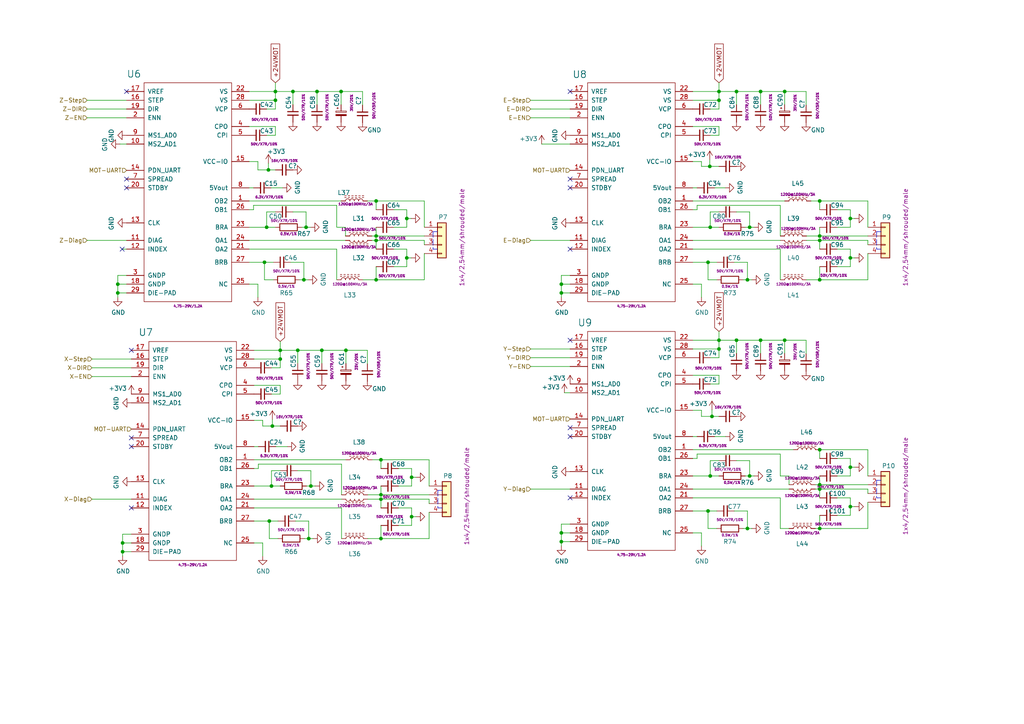
<source format=kicad_sch>
(kicad_sch (version 20211123) (generator eeschema)
  (paper "A4")
  (title_block (title "Buddy") (date "2019-10-24") (rev "v1.0.0") (company "PRUSA Research s.r.o.") (comment 1 "http://creativecommons.org/licenses/by-sa/4.0/") (comment 2 "Licensed under the Attribution-ShareAlike 4.0 International (CC BY-SA 4.0)") (comment 3 "#ok1hra"))
  (junction (at 208.534 29.083))
  (junction (at 246.634 74.803))
  (junction (at 237.744 81.153))
  (junction (at 79.883 26.543))
  (junction (at 237.744 140.589))
  (junction (at 34.163 82.423))
  (junction (at 77.343 65.913))
  (junction (at 205.994 65.913))
  (junction (at 217.424 138.049))
  (junction (at 208.534 101.219))
  (junction (at 246.634 135.509))
  (junction (at 81.28 101.6))
  (junction (at 34.163 84.963))
  (junction (at 78.105 151.13))
  (junction (at 109.093 81.153))
  (junction (at 88.138 81.153))
  (junction (at 110.49 144.78))
  (junction (at 109.093 69.723))
  (junction (at 208.534 26.543))
  (junction (at 162.814 157.099))
  (junction (at 79.883 29.083))
  (junction (at 89.535 156.21))
  (junction (at 35.56 160.02))
  (junction (at 237.744 58.293))
  (junction (at 162.814 82.423))
  (junction (at 78.74 140.97))
  (junction (at 216.789 81.153))
  (junction (at 84.963 26.543))
  (junction (at 220.599 26.543))
  (junction (at 237.744 69.723))
  (junction (at 205.867 48.26))
  (junction (at 227.584 26.543))
  (junction (at 162.814 84.963))
  (junction (at 213.614 26.543))
  (junction (at 109.093 58.293))
  (junction (at 216.789 153.289))
  (junction (at 237.744 68.453))
  (junction (at 246.634 63.373))
  (junction (at 206.502 120.777))
  (junction (at 205.359 148.209))
  (junction (at 237.744 153.289))
  (junction (at 237.744 141.859))
  (junction (at 205.359 76.073))
  (junction (at 76.708 76.073))
  (junction (at 98.933 26.543))
  (junction (at 213.614 98.679))
  (junction (at 162.814 154.559))
  (junction (at 110.49 133.35))
  (junction (at 100.33 101.6))
  (junction (at 208.534 98.679))
  (junction (at 93.345 101.6))
  (junction (at 117.983 74.803))
  (junction (at 86.36 101.6))
  (junction (at 220.599 98.679))
  (junction (at 119.38 149.86))
  (junction (at 246.634 146.939))
  (junction (at 78.994 123.571))
  (junction (at 91.948 26.543))
  (junction (at 205.994 138.049))
  (junction (at 90.17 140.97))
  (junction (at 237.744 130.429))
  (junction (at 110.49 156.21))
  (junction (at 110.49 143.51))
  (junction (at 119.38 138.43))
  (junction (at 81.28 104.14))
  (junction (at 35.56 157.48))
  (junction (at 217.424 65.913))
  (junction (at 227.584 98.679))
  (junction (at 109.093 68.453))
  (junction (at 77.851 49.276))
  (junction (at 117.983 63.373))
  (junction (at 88.773 65.913))
  (no_connect (at 36.703 54.483))
  (no_connect (at 36.703 26.543))
  (no_connect (at 165.354 124.079))
  (no_connect (at 165.354 126.619))
  (no_connect (at 38.1 101.6))
  (no_connect (at 38.1 147.32))
  (no_connect (at 35.433 72.263))
  (no_connect (at 38.1 129.54))
  (no_connect (at 38.1 127))
  (no_connect (at 36.703 51.943))
  (no_connect (at 165.354 144.399))
  (no_connect (at 165.354 26.543))
  (no_connect (at 165.354 54.483))
  (no_connect (at 165.354 98.679))
  (no_connect (at 165.354 72.263))
  (no_connect (at 165.354 51.943))
  (wire (pts (xy 36.703 82.423) (xy 34.163 82.423)))
  (wire (pts (xy 228.854 138.049) (xy 228.854 140.589)))
  (wire (pts (xy 106.553 58.293) (xy 109.093 58.293)))
  (wire (pts (xy 90.17 140.97) (xy 91.44 140.97)))
  (wire (pts (xy 36.703 41.783) (xy 34.798 41.783)))
  (wire (pts (xy 119.38 147.32) (xy 119.38 149.86)))
  (wire (pts (xy 25.273 31.623) (xy 36.703 31.623)))
  (wire (pts (xy 213.614 30.353) (xy 213.614 26.543)))
  (wire (pts (xy 200.914 138.049) (xy 205.994 138.049)))
  (wire (pts (xy 79.883 26.543) (xy 79.883 29.083)))
  (wire (pts (xy 251.714 81.153) (xy 251.714 73.533)))
  (wire (pts (xy 208.534 98.679) (xy 208.534 101.219)))
  (wire (pts (xy 72.263 26.543) (xy 79.883 26.543)))
  (wire (pts (xy 109.093 58.293) (xy 123.063 58.293)))
  (wire (pts (xy 97.663 59.563) (xy 97.663 65.913)))
  (wire (pts (xy 246.634 135.509) (xy 246.634 138.049)))
  (wire (pts (xy 124.46 156.21) (xy 124.46 148.59)))
  (wire (pts (xy 106.553 105.537) (xy 106.553 101.6)))
  (wire (pts (xy 100.203 65.913) (xy 100.203 68.453)))
  (wire (pts (xy 206.502 118.872) (xy 206.502 120.777)))
  (wire (pts (xy 25.273 29.083) (xy 36.703 29.083)))
  (wire (pts (xy 213.614 61.468) (xy 217.424 61.468)))
  (wire (pts (xy 153.924 69.723) (xy 165.354 69.723)))
  (wire (pts (xy 78.994 121.666) (xy 78.994 123.571)))
  (wire (pts (xy 79.883 29.083) (xy 79.883 31.623)))
  (wire (pts (xy 162.814 84.963) (xy 162.814 86.233)))
  (wire (pts (xy 85.725 151.13) (xy 89.535 151.13)))
  (wire (pts (xy 73.66 140.97) (xy 78.74 140.97)))
  (wire (pts (xy 207.264 54.483) (xy 210.312 54.483)))
  (wire (pts (xy 86.868 81.153) (xy 88.138 81.153)))
  (wire (pts (xy 98.933 26.543) (xy 98.933 30.353)))
  (wire (pts (xy 205.867 48.26) (xy 203.454 48.26)))
  (wire (pts (xy 117.983 72.263) (xy 117.983 74.803)))
  (wire (pts (xy 251.714 130.429) (xy 251.714 138.049)))
  (wire (pts (xy 81.28 101.6) (xy 86.36 101.6)))
  (wire (pts (xy 237.744 81.153) (xy 251.714 81.153)))
  (wire (pts (xy 81.28 104.14) (xy 81.28 106.68)))
  (wire (pts (xy 215.519 81.153) (xy 216.789 81.153)))
  (wire (pts (xy 77.851 47.371) (xy 77.851 49.276)))
  (wire (pts (xy 237.744 58.293) (xy 251.714 58.293)))
  (polyline (pts (xy 255.524 139.319) (xy 254.254 139.319)))
  (wire (pts (xy 216.789 81.153) (xy 218.059 81.153)))
  (wire (pts (xy 97.663 72.263) (xy 97.663 81.153)))
  (wire (pts (xy 35.56 154.94) (xy 35.56 157.48)))
  (wire (pts (xy 107.823 68.453) (xy 109.093 68.453)))
  (wire (pts (xy 109.093 81.153) (xy 123.063 81.153)))
  (wire (pts (xy 208.534 39.243) (xy 205.994 39.243)))
  (wire (pts (xy 73.66 135.89) (xy 74.93 135.89)))
  (wire (pts (xy 88.773 61.468) (xy 88.773 65.913)))
  (wire (pts (xy 81.28 114.3) (xy 78.74 114.3)))
  (wire (pts (xy 76.2 157.48) (xy 76.2 161.29)))
  (wire (pts (xy 153.924 29.083) (xy 165.354 29.083)))
  (wire (pts (xy 237.744 140.589) (xy 237.744 138.049)))
  (wire (pts (xy 88.138 81.153) (xy 89.408 81.153)))
  (wire (pts (xy 200.914 141.859) (xy 228.854 141.859)))
  (wire (pts (xy 106.68 156.21) (xy 110.49 156.21)))
  (wire (pts (xy 110.49 135.89) (xy 110.49 133.35)))
  (wire (pts (xy 200.914 26.543) (xy 208.534 26.543)))
  (wire (pts (xy 35.56 160.02) (xy 35.56 161.29)))
  (wire (pts (xy 206.502 120.777) (xy 203.454 120.777)))
  (wire (pts (xy 117.983 77.343) (xy 114.173 77.343)))
  (wire (pts (xy 93.345 101.6) (xy 100.33 101.6)))
  (wire (pts (xy 205.359 148.209) (xy 205.359 153.289)))
  (polyline (pts (xy 127 147.32) (xy 128.27 147.32)))
  (wire (pts (xy 207.264 126.619) (xy 210.439 126.619)))
  (wire (pts (xy 105.156 26.543) (xy 98.933 26.543)))
  (wire (pts (xy 242.824 132.969) (xy 246.634 132.969)))
  (wire (pts (xy 110.49 147.32) (xy 110.49 144.78)))
  (wire (pts (xy 220.599 98.679) (xy 227.584 98.679)))
  (wire (pts (xy 207.899 76.073) (xy 205.359 76.073)))
  (wire (pts (xy 205.359 76.073) (xy 205.359 81.153)))
  (wire (pts (xy 200.914 82.423) (xy 203.454 82.423)))
  (wire (pts (xy 90.17 136.525) (xy 90.17 140.97)))
  (wire (pts (xy 110.49 133.35) (xy 124.46 133.35)))
  (wire (pts (xy 105.283 81.153) (xy 109.093 81.153)))
  (wire (pts (xy 72.263 76.073) (xy 76.708 76.073)))
  (wire (pts (xy 119.38 135.89) (xy 119.38 138.43)))
  (wire (pts (xy 237.744 153.289) (xy 237.744 149.479)))
  (wire (pts (xy 123.063 69.723) (xy 123.063 70.993)))
  (wire (pts (xy 203.454 120.777) (xy 203.454 118.999)))
  (wire (pts (xy 106.68 143.51) (xy 110.49 143.51)))
  (wire (pts (xy 213.614 133.604) (xy 217.424 133.604)))
  (wire (pts (xy 88.9 140.97) (xy 90.17 140.97)))
  (wire (pts (xy 233.934 69.723) (xy 237.744 69.723)))
  (wire (pts (xy 26.67 144.78) (xy 38.1 144.78)))
  (wire (pts (xy 110.49 143.51) (xy 124.46 143.51)))
  (wire (pts (xy 200.914 72.263) (xy 226.314 72.263)))
  (wire (pts (xy 208.534 133.604) (xy 205.994 133.604)))
  (wire (pts (xy 246.634 77.343) (xy 242.824 77.343)))
  (wire (pts (xy 220.599 30.353) (xy 220.599 26.543)))
  (wire (pts (xy 205.359 81.153) (xy 207.899 81.153)))
  (wire (pts (xy 99.06 147.32) (xy 99.06 156.21)))
  (wire (pts (xy 73.533 60.833) (xy 73.533 59.563)))
  (wire (pts (xy 208.534 108.839) (xy 208.534 111.379)))
  (wire (pts (xy 73.66 151.13) (xy 78.105 151.13)))
  (wire (pts (xy 235.204 58.293) (xy 237.744 58.293)))
  (wire (pts (xy 237.744 72.263) (xy 237.744 69.723)))
  (wire (pts (xy 79.883 31.623) (xy 77.343 31.623)))
  (wire (pts (xy 84.963 30.353) (xy 84.963 26.543)))
  (polyline (pts (xy 254.254 67.183) (xy 254.254 72.263)))
  (wire (pts (xy 76.708 81.153) (xy 79.248 81.153)))
  (wire (pts (xy 165.354 41.783) (xy 157.099 41.783)))
  (wire (pts (xy 217.424 61.468) (xy 217.424 65.913)))
  (wire (pts (xy 73.66 101.6) (xy 81.28 101.6)))
  (wire (pts (xy 119.38 138.43) (xy 119.38 140.97)))
  (wire (pts (xy 247.904 146.939) (xy 246.634 146.939)))
  (wire (pts (xy 79.883 36.703) (xy 79.883 39.243)))
  (wire (pts (xy 200.914 65.913) (xy 205.994 65.913)))
  (wire (pts (xy 119.38 152.4) (xy 115.57 152.4)))
  (wire (pts (xy 227.584 98.679) (xy 227.584 102.489)))
  (wire (pts (xy 73.66 144.78) (xy 99.06 144.78)))
  (wire (pts (xy 216.154 65.913) (xy 217.424 65.913)))
  (wire (pts (xy 72.263 60.833) (xy 73.533 60.833)))
  (wire (pts (xy 87.503 65.913) (xy 88.773 65.913)))
  (wire (pts (xy 72.263 54.483) (xy 73.533 54.483)))
  (wire (pts (xy 237.744 130.429) (xy 237.744 132.969)))
  (wire (pts (xy 237.744 68.453) (xy 251.714 68.453)))
  (wire (pts (xy 165.354 154.559) (xy 162.814 154.559)))
  (polyline (pts (xy 127 142.24) (xy 127 147.32)))
  (wire (pts (xy 162.814 82.423) (xy 162.814 84.963)))
  (wire (pts (xy 203.454 48.26) (xy 203.454 46.863)))
  (wire (pts (xy 81.28 101.6) (xy 81.28 104.14)))
  (wire (pts (xy 200.914 132.969) (xy 202.184 132.969)))
  (wire (pts (xy 246.634 146.939) (xy 246.634 149.479)))
  (wire (pts (xy 202.184 60.833) (xy 202.184 59.563)))
  (wire (pts (xy 36.703 72.263) (xy 35.433 72.263)))
  (wire (pts (xy 236.474 153.289) (xy 237.744 153.289)))
  (wire (pts (xy 89.535 156.21) (xy 90.805 156.21)))
  (wire (pts (xy 251.714 153.289) (xy 251.714 145.669)))
  (polyline (pts (xy 125.603 67.183) (xy 125.603 72.263)))
  (wire (pts (xy 124.46 133.35) (xy 124.46 140.97)))
  (wire (pts (xy 200.914 76.073) (xy 205.359 76.073)))
  (wire (pts (xy 162.814 157.099) (xy 162.814 158.369)))
  (wire (pts (xy 80.645 151.13) (xy 78.105 151.13)))
  (wire (pts (xy 208.534 96.139) (xy 208.534 98.679)))
  (wire (pts (xy 78.74 136.525) (xy 78.74 140.97)))
  (wire (pts (xy 246.634 138.049) (xy 242.824 138.049)))
  (wire (pts (xy 88.138 76.073) (xy 88.138 81.153)))
  (wire (pts (xy 84.328 76.073) (xy 88.138 76.073)))
  (wire (pts (xy 119.38 149.86) (xy 119.38 152.4)))
  (wire (pts (xy 38.1 154.94) (xy 35.56 154.94)))
  (wire (pts (xy 36.703 84.963) (xy 34.163 84.963)))
  (wire (pts (xy 153.924 103.759) (xy 165.354 103.759)))
  (wire (pts (xy 107.95 133.35) (xy 110.49 133.35)))
  (wire (pts (xy 73.66 121.92) (xy 76.2 121.92)))
  (wire (pts (xy 153.924 101.219) (xy 165.354 101.219)))
  (wire (pts (xy 93.345 105.41) (xy 93.345 101.6)))
  (wire (pts (xy 200.914 54.483) (xy 202.184 54.483)))
  (wire (pts (xy 237.744 69.723) (xy 251.714 69.723)))
  (wire (pts (xy 123.063 81.153) (xy 123.063 73.533)))
  (wire (pts (xy 163.703 113.919) (xy 165.354 113.919)))
  (wire (pts (xy 72.263 29.083) (xy 79.883 29.083)))
  (wire (pts (xy 78.105 156.21) (xy 80.645 156.21)))
  (wire (pts (xy 119.253 63.373) (xy 117.983 63.373)))
  (wire (pts (xy 233.934 68.453) (xy 237.744 68.453)))
  (wire (pts (xy 73.66 111.76) (xy 81.28 111.76)))
  (wire (pts (xy 35.56 157.48) (xy 35.56 160.02)))
  (wire (pts (xy 246.634 72.263) (xy 246.634 74.803)))
  (wire (pts (xy 226.314 144.399) (xy 226.314 153.289)))
  (wire (pts (xy 74.93 135.89) (xy 74.93 134.62)))
  (wire (pts (xy 217.424 133.604) (xy 217.424 138.049)))
  (wire (pts (xy 246.634 74.803) (xy 246.634 77.343)))
  (wire (pts (xy 227.584 26.543) (xy 227.584 30.353)))
  (wire (pts (xy 79.883 24.003) (xy 79.883 26.543)))
  (wire (pts (xy 208.534 24.003) (xy 208.534 26.543)))
  (wire (pts (xy 208.534 36.703) (xy 208.534 39.243)))
  (wire (pts (xy 217.424 138.049) (xy 218.694 138.049)))
  (wire (pts (xy 91.948 30.353) (xy 91.948 26.543)))
  (wire (pts (xy 79.883 61.468) (xy 77.343 61.468)))
  (wire (pts (xy 105.156 30.48) (xy 105.156 26.543)))
  (wire (pts (xy 107.823 69.723) (xy 109.093 69.723)))
  (polyline (pts (xy 255.524 67.183) (xy 254.254 67.183)))
  (wire (pts (xy 247.904 74.803) (xy 246.634 74.803)))
  (wire (pts (xy 233.807 26.543) (xy 227.584 26.543)))
  (polyline (pts (xy 254.254 72.263) (xy 255.524 72.263)))
  (wire (pts (xy 89.535 151.13) (xy 89.535 156.21)))
  (wire (pts (xy 114.173 72.263) (xy 117.983 72.263)))
  (wire (pts (xy 117.983 74.803) (xy 117.983 77.343)))
  (wire (pts (xy 208.534 120.777) (xy 206.502 120.777)))
  (wire (pts (xy 236.474 141.859) (xy 237.744 141.859)))
  (wire (pts (xy 205.994 133.604) (xy 205.994 138.049)))
  (wire (pts (xy 106.553 101.6) (xy 100.33 101.6)))
  (wire (pts (xy 205.994 65.913) (xy 208.534 65.913)))
  (wire (pts (xy 212.979 76.073) (xy 216.789 76.073)))
  (wire (pts (xy 162.814 79.883) (xy 162.814 82.423)))
  (wire (pts (xy 119.253 74.803) (xy 117.983 74.803)))
  (wire (pts (xy 246.634 60.833) (xy 246.634 63.373)))
  (wire (pts (xy 97.663 65.913) (xy 100.203 65.913)))
  (wire (pts (xy 246.634 63.373) (xy 246.634 65.913)))
  (wire (pts (xy 115.57 147.32) (xy 119.38 147.32)))
  (wire (pts (xy 38.1 157.48) (xy 35.56 157.48)))
  (wire (pts (xy 153.924 31.623) (xy 165.354 31.623)))
  (wire (pts (xy 76.708 76.073) (xy 76.708 81.153)))
  (wire (pts (xy 203.454 82.423) (xy 203.454 86.233)))
  (wire (pts (xy 216.154 138.049) (xy 217.424 138.049)))
  (wire (pts (xy 236.474 140.589) (xy 237.744 140.589)))
  (wire (pts (xy 78.613 54.483) (xy 81.915 54.483)))
  (wire (pts (xy 226.314 131.699) (xy 226.314 138.049)))
  (wire (pts (xy 251.714 69.723) (xy 251.714 70.993)))
  (wire (pts (xy 88.265 156.21) (xy 89.535 156.21)))
  (wire (pts (xy 200.914 98.679) (xy 208.534 98.679)))
  (wire (pts (xy 77.343 65.913) (xy 79.883 65.913)))
  (wire (pts (xy 208.534 98.679) (xy 213.614 98.679)))
  (wire (pts (xy 200.914 69.723) (xy 226.314 69.723)))
  (wire (pts (xy 200.914 154.559) (xy 203.454 154.559)))
  (wire (pts (xy 165.354 157.099) (xy 162.814 157.099)))
  (wire (pts (xy 233.934 81.153) (xy 237.744 81.153)))
  (wire (pts (xy 213.614 26.543) (xy 220.599 26.543)))
  (wire (pts (xy 212.979 148.209) (xy 216.789 148.209)))
  (wire (pts (xy 73.66 147.32) (xy 99.06 147.32)))
  (wire (pts (xy 86.36 101.6) (xy 93.345 101.6)))
  (wire (pts (xy 202.184 131.699) (xy 226.314 131.699)))
  (wire (pts (xy 162.814 152.019) (xy 162.814 154.559)))
  (wire (pts (xy 72.263 46.863) (xy 74.803 46.863)))
  (wire (pts (xy 77.851 49.276) (xy 74.803 49.276)))
  (wire (pts (xy 26.67 109.22) (xy 38.1 109.22)))
  (wire (pts (xy 205.359 153.289) (xy 207.899 153.289)))
  (wire (pts (xy 81.28 99.06) (xy 81.28 101.6)))
  (wire (pts (xy 100.33 101.6) (xy 100.33 105.41)))
  (wire (pts (xy 73.66 157.48) (xy 76.2 157.48)))
  (wire (pts (xy 25.273 69.723) (xy 36.703 69.723)))
  (wire (pts (xy 79.248 76.073) (xy 76.708 76.073)))
  (wire (pts (xy 208.534 29.083) (xy 208.534 31.623)))
  (wire (pts (xy 208.534 26.543) (xy 213.614 26.543)))
  (wire (pts (xy 237.744 60.833) (xy 237.744 58.293)))
  (wire (pts (xy 200.914 118.999) (xy 203.454 118.999)))
  (wire (pts (xy 79.883 26.543) (xy 84.963 26.543)))
  (wire (pts (xy 203.454 154.559) (xy 203.454 158.369)))
  (wire (pts (xy 220.599 102.489) (xy 220.599 98.679)))
  (wire (pts (xy 34.163 82.423) (xy 34.163 84.963)))
  (wire (pts (xy 78.105 151.13) (xy 78.105 156.21)))
  (polyline (pts (xy 254.254 144.399) (xy 255.524 144.399)))
  (wire (pts (xy 72.263 58.293) (xy 98.933 58.293)))
  (wire (pts (xy 110.49 140.97) (xy 110.49 143.51)))
  (wire (pts (xy 208.534 103.759) (xy 205.994 103.759)))
  (wire (pts (xy 200.914 60.833) (xy 202.184 60.833)))
  (wire (pts (xy 109.093 72.263) (xy 109.093 69.723)))
  (wire (pts (xy 216.789 148.209) (xy 216.789 153.289)))
  (wire (pts (xy 208.534 26.543) (xy 208.534 29.083)))
  (wire (pts (xy 165.354 79.883) (xy 162.814 79.883)))
  (wire (pts (xy 153.924 34.163) (xy 165.354 34.163)))
  (wire (pts (xy 226.314 59.563) (xy 226.314 68.453)))
  (wire (pts (xy 72.263 72.263) (xy 97.663 72.263)))
  (wire (pts (xy 84.963 26.543) (xy 91.948 26.543)))
  (wire (pts (xy 216.789 153.289) (xy 218.059 153.289)))
  (wire (pts (xy 84.963 61.468) (xy 88.773 61.468)))
  (wire (pts (xy 81.28 111.76) (xy 81.28 114.3)))
  (wire (pts (xy 202.184 132.969) (xy 202.184 131.699)))
  (wire (pts (xy 109.093 60.833) (xy 109.093 58.293)))
  (wire (pts (xy 247.904 63.373) (xy 246.634 63.373)))
  (wire (pts (xy 36.703 79.883) (xy 34.163 79.883)))
  (wire (pts (xy 80.01 129.54) (xy 83.312 129.54)))
  (wire (pts (xy 237.744 77.343) (xy 237.744 81.153)))
  (wire (pts (xy 216.789 76.073) (xy 216.789 81.153)))
  (wire (pts (xy 114.173 60.833) (xy 117.983 60.833)))
  (wire (pts (xy 200.914 101.219) (xy 208.534 101.219)))
  (wire (pts (xy 208.534 111.379) (xy 205.994 111.379)))
  (wire (pts (xy 208.534 101.219) (xy 208.534 103.759)))
  (wire (pts (xy 165.354 82.423) (xy 162.814 82.423)))
  (wire (pts (xy 26.67 106.68) (xy 38.1 106.68)))
  (wire (pts (xy 246.634 144.399) (xy 246.634 146.939)))
  (wire (pts (xy 237.744 141.859) (xy 251.714 141.859)))
  (wire (pts (xy 99.06 134.62) (xy 99.06 143.51)))
  (polyline (pts (xy 126.873 67.183) (xy 125.603 67.183)))
  (wire (pts (xy 73.66 129.54) (xy 74.93 129.54)))
  (wire (pts (xy 226.314 138.049) (xy 228.854 138.049)))
  (wire (pts (xy 213.614 102.489) (xy 213.614 98.679)))
  (wire (pts (xy 81.28 136.525) (xy 78.74 136.525)))
  (wire (pts (xy 34.163 84.963) (xy 34.163 86.233)))
  (wire (pts (xy 251.714 58.293) (xy 251.714 65.913)))
  (wire (pts (xy 110.49 156.21) (xy 124.46 156.21)))
  (wire (pts (xy 72.263 69.723) (xy 100.203 69.723)))
  (wire (pts (xy 72.263 36.703) (xy 79.883 36.703)))
  (wire (pts (xy 117.983 65.913) (xy 114.173 65.913)))
  (wire (pts (xy 74.803 49.276) (xy 74.803 46.863)))
  (wire (pts (xy 81.28 106.68) (xy 78.74 106.68)))
  (wire (pts (xy 205.867 46.355) (xy 205.867 48.26)))
  (wire (pts (xy 205.994 138.049) (xy 208.534 138.049)))
  (wire (pts (xy 237.744 140.589) (xy 251.714 140.589)))
  (wire (pts (xy 120.65 149.86) (xy 119.38 149.86)))
  (wire (pts (xy 109.093 68.453) (xy 123.063 68.453)))
  (wire (pts (xy 233.807 30.48) (xy 233.807 26.543)))
  (wire (pts (xy 79.883 49.276) (xy 77.851 49.276)))
  (wire (pts (xy 205.994 61.468) (xy 205.994 65.913)))
  (wire (pts (xy 73.533 59.563) (xy 97.663 59.563)))
  (wire (pts (xy 106.68 144.78) (xy 110.49 144.78)))
  (wire (pts (xy 25.273 34.163) (xy 36.703 34.163)))
  (wire (pts (xy 215.519 153.289) (xy 216.789 153.289)))
  (wire (pts (xy 86.36 105.41) (xy 86.36 101.6)))
  (wire (pts (xy 200.914 36.703) (xy 208.534 36.703)))
  (polyline (pts (xy 125.603 72.263) (xy 126.873 72.263)))
  (wire (pts (xy 109.093 69.723) (xy 123.063 69.723)))
  (wire (pts (xy 226.314 153.289) (xy 228.854 153.289)))
  (wire (pts (xy 165.354 84.963) (xy 162.814 84.963)))
  (wire (pts (xy 200.914 148.209) (xy 205.359 148.209)))
  (wire (pts (xy 153.924 141.859) (xy 165.354 141.859)))
  (wire (pts (xy 237.744 153.289) (xy 251.714 153.289)))
  (wire (pts (xy 165.354 152.019) (xy 162.814 152.019)))
  (wire (pts (xy 120.65 138.43) (xy 119.38 138.43)))
  (wire (pts (xy 237.744 141.859) (xy 237.744 144.399)))
  (wire (pts (xy 117.983 63.373) (xy 117.983 65.913)))
  (wire (pts (xy 115.57 135.89) (xy 119.38 135.89)))
  (wire (pts (xy 220.599 26.543) (xy 227.584 26.543)))
  (wire (pts (xy 233.807 102.616) (xy 233.807 98.679)))
  (wire (pts (xy 81.28 123.571) (xy 78.994 123.571)))
  (wire (pts (xy 217.424 65.913) (xy 218.694 65.913)))
  (wire (pts (xy 242.824 60.833) (xy 246.634 60.833)))
  (wire (pts (xy 73.66 133.35) (xy 100.33 133.35)))
  (wire (pts (xy 251.714 141.859) (xy 251.714 143.129)))
  (wire (pts (xy 200.914 46.863) (xy 203.454 46.863)))
  (wire (pts (xy 202.184 59.563) (xy 226.314 59.563)))
  (wire (pts (xy 237.744 65.913) (xy 237.744 68.453)))
  (wire (pts (xy 72.263 65.913) (xy 77.343 65.913)))
  (wire (pts (xy 86.36 136.525) (xy 90.17 136.525)))
  (wire (pts (xy 74.803 82.423) (xy 74.803 86.233)))
  (wire (pts (xy 247.904 135.509) (xy 246.634 135.509)))
  (wire (pts (xy 78.74 140.97) (xy 81.28 140.97)))
  (wire (pts (xy 242.824 72.263) (xy 246.634 72.263)))
  (wire (pts (xy 77.343 61.468) (xy 77.343 65.913)))
  (wire (pts (xy 109.093 77.343) (xy 109.093 81.153)))
  (wire (pts (xy 73.66 104.14) (xy 81.28 104.14)))
  (wire (pts (xy 91.948 26.543) (xy 98.933 26.543)))
  (wire (pts (xy 200.914 126.619) (xy 202.184 126.619)))
  (wire (pts (xy 246.634 65.913) (xy 242.824 65.913)))
  (wire (pts (xy 200.914 29.083) (xy 208.534 29.083)))
  (wire (pts (xy 110.49 144.78) (xy 124.46 144.78)))
  (polyline (pts (xy 128.27 142.24) (xy 127 142.24)))
  (wire (pts (xy 76.2 123.571) (xy 76.2 121.92)))
  (wire (pts (xy 200.914 108.839) (xy 208.534 108.839)))
  (wire (pts (xy 72.263 82.423) (xy 74.803 82.423)))
  (wire (pts (xy 242.824 144.399) (xy 246.634 144.399)))
  (wire (pts (xy 208.534 31.623) (xy 205.994 31.623)))
  (wire (pts (xy 208.534 48.26) (xy 205.867 48.26)))
  (wire (pts (xy 200.914 58.293) (xy 227.584 58.293)))
  (wire (pts (xy 237.744 130.429) (xy 251.714 130.429)))
  (wire (pts (xy 226.314 72.263) (xy 226.314 81.153)))
  (wire (pts (xy 124.46 144.78) (xy 124.46 146.05)))
  (wire (pts (xy 208.534 61.468) (xy 205.994 61.468)))
  (wire (pts (xy 207.899 148.209) (xy 205.359 148.209)))
  (wire (pts (xy 246.634 132.969) (xy 246.634 135.509)))
  (wire (pts (xy 233.807 98.679) (xy 227.584 98.679)))
  (wire (pts (xy 200.914 130.429) (xy 230.124 130.429)))
  (wire (pts (xy 117.983 60.833) (xy 117.983 63.373)))
  (wire (pts (xy 123.063 58.293) (xy 123.063 65.913)))
  (wire (pts (xy 119.38 140.97) (xy 115.57 140.97)))
  (wire (pts (xy 109.093 65.913) (xy 109.093 68.453)))
  (wire (pts (xy 110.49 152.4) (xy 110.49 156.21)))
  (wire (pts (xy 34.163 79.883) (xy 34.163 82.423)))
  (wire (pts (xy 79.883 39.243) (xy 77.343 39.243)))
  (wire (pts (xy 213.614 98.679) (xy 220.599 98.679)))
  (wire (pts (xy 26.67 104.14) (xy 38.1 104.14)))
  (wire (pts (xy 88.773 65.913) (xy 90.043 65.913)))
  (wire (pts (xy 38.1 160.02) (xy 35.56 160.02)))
  (wire (pts (xy 153.924 106.299) (xy 165.354 106.299)))
  (wire (pts (xy 162.814 154.559) (xy 162.814 157.099)))
  (wire (pts (xy 246.634 149.479) (xy 242.824 149.479)))
  (polyline (pts (xy 254.254 139.319) (xy 254.254 144.399)))
  (wire (pts (xy 200.914 144.399) (xy 226.314 144.399)))
  (wire (pts (xy 78.994 123.571) (xy 76.2 123.571)))
  (wire (pts (xy 74.93 134.62) (xy 99.06 134.62)))
  (global_label "+24VMOT" (shape input) (at 81.28 99.06 90) (property "Intersheet References" "${INTERSHEET_REFS}" (effects hide)))
  (global_label "+24VMOT" (shape input) (at 79.883 24.003 90) (property "Intersheet References" "${INTERSHEET_REFS}" (effects hide)))
  (global_label "+24VMOT" (shape input) (at 208.534 24.003 90) (property "Intersheet References" "${INTERSHEET_REFS}" (effects hide)))
  (global_label "+24VMOT" (shape input) (at 208.534 96.139 90) (property "Intersheet References" "${INTERSHEET_REFS}" (effects hide)))
  (hierarchical_label "MOT-UART" (shape input) (at 38.1 124.46 180) (effects (font (size 1.1938 1.1938))))
  (hierarchical_label "X-Diag" (shape input) (at 26.67 144.78 180) (effects (font (size 1.1938 1.1938))))
  (hierarchical_label "MOT-UART" (shape input) (at 36.703 49.403 180) (effects (font (size 1.1938 1.1938))))
  (hierarchical_label "E-Diag" (shape input) (at 153.924 69.723 180) (effects (font (size 1.1938 1.1938))))
  (hierarchical_label "E-DIR" (shape input) (at 153.924 31.623 180) (effects (font (size 1.1938 1.1938))))
  (hierarchical_label "Z-Step" (shape input) (at 25.273 29.083 180) (effects (font (size 1.1938 1.1938))))
  (hierarchical_label "Y-Diag" (shape input) (at 153.924 141.859 180) (effects (font (size 1.1938 1.1938))))
  (hierarchical_label "Y-DIR" (shape input) (at 153.924 103.759 180) (effects (font (size 1.1938 1.1938))))
  (hierarchical_label "E-EN" (shape input) (at 153.924 34.163 180) (effects (font (size 1.1938 1.1938))))
  (hierarchical_label "X-Step" (shape input) (at 26.67 104.14 180) (effects (font (size 1.1938 1.1938))))
  (hierarchical_label "MOT-UART" (shape input) (at 165.354 49.403 180) (effects (font (size 1.1938 1.1938))))
  (hierarchical_label "MOT-UART" (shape input) (at 165.354 121.539 180) (effects (font (size 1.1938 1.1938))))
  (hierarchical_label "E-Step" (shape input) (at 153.924 29.083 180) (effects (font (size 1.1938 1.1938))))
  (hierarchical_label "Z-DIR" (shape input) (at 25.273 31.623 180) (effects (font (size 1.1938 1.1938))))
  (hierarchical_label "X-DIR" (shape input) (at 26.67 106.68 180) (effects (font (size 1.1938 1.1938))))
  (hierarchical_label "Y-EN" (shape input) (at 153.924 106.299 180) (effects (font (size 1.1938 1.1938))))
  (hierarchical_label "Y-Step" (shape input) (at 153.924 101.219 180) (effects (font (size 1.1938 1.1938))))
  (hierarchical_label "Z-Diag" (shape input) (at 25.273 69.723 180) (effects (font (size 1.1938 1.1938))))
  (hierarchical_label "Z-EN" (shape input) (at 25.273 34.163 180) (effects (font (size 1.1938 1.1938))))
  (hierarchical_label "X-EN" (shape input) (at 26.67 109.22 180) (effects (font (size 1.1938 1.1938))))
  (symbol (lib_id "power:GND") (at 36.703 39.243 270) (unit 1)
    (property "Reference" "#PWR0104" (effects hide))
  )
  (symbol (lib_id "Device:C_Small") (at 74.803 31.623 270) (unit 1)
    (property "Reference" "C42" (at 77.343 30.353 90))
    (property "req" "50V/X7R/10%" (at 76.835 34.671 90) (effects (font (size 0.7112 0.7112))))
  )
  (symbol (lib_id "Device:C_Small") (at 74.803 39.243 270) (unit 1)
    (property "Reference" "C43" (at 77.343 37.973 90))
    (property "req" "50V/X7R/10%" (at 76.581 41.783 90) (effects (font (size 0.7112 0.7112))))
  )
  (symbol (lib_id "Device:C_Small") (at 84.963 32.893 0) (unit 1)
    (property "Reference" "C54" (at 83.693 29.718 90))
    (property "req" "50V/X7R/10%" (at 88.011 31.115 90) (effects (font (size 0.7112 0.7112))))
  )
  (symbol (lib_id "power:GND") (at 36.703 64.643 270) (unit 1)
    (property "Reference" "#PWR0105" (effects hide))
  )
  (symbol (lib_id "Device:C_Small") (at 91.948 32.893 0) (unit 1)
    (property "Reference" "C58" (at 90.678 29.718 90))
    (property "req" "50V/X7R/10%" (at 94.869 31.115 90) (effects (font (size 0.7112 0.7112))))
  )
  (symbol (lib_id "BUDDY_v1.0.0-rescue:CP_Small-Device") (at 98.933 32.893 0) (unit 1)
    (property "Reference" "C60" (at 97.663 30.988 90) (effects (justify left)))
    (property "req" "35V/20%" (at 101.981 29.845 90) (effects (font (size 0.7112 0.7112))))
  )
  (symbol (lib_id "power:GND") (at 84.963 35.433 0) (unit 1)
    (property "Reference" "#PWR0113" (effects hide))
  )
  (symbol (lib_id "power:GND") (at 91.948 35.433 0) (unit 1)
    (property "Reference" "#PWR0125" (effects hide))
  )
  (symbol (lib_id "power:GND") (at 98.933 35.433 0) (unit 1)
    (property "Reference" "#PWR0127" (effects hide))
  )
  (symbol (lib_id "power:GND") (at 34.163 86.233 0) (unit 1)
    (property "Reference" "#PWR0102" (effects hide))
  )
  (symbol (lib_id "power:GND") (at 84.963 49.276 90) (unit 1)
    (property "Reference" "#PWR0114" (effects hide))
  )
  (symbol (lib_id "power:GND") (at 81.915 54.483 90) (unit 1)
    (property "Reference" "#PWR0129" (effects hide))
  )
  (symbol (lib_id "Device:C_Small") (at 82.423 61.468 90) (unit 1)
    (property "Reference" "C50" (at 79.883 62.738 90))
    (property "req" "50V/X7R/10%" (at 82.423 64.008 90) (effects (font (size 0.7112 0.7112))))
  )
  (symbol (lib_id "Device:R") (at 83.693 65.913 270) (unit 1)
    (property "Reference" "R67" (at 88.138 67.818 90))
    (property "req" "0,5W/1%" (at 83.693 67.818 90) (effects (font (size 0.7112 0.7112))))
  )
  (symbol (lib_id "power:GND") (at 90.043 65.913 90) (unit 1)
    (property "Reference" "#PWR0121" (effects hide))
  )
  (symbol (lib_id "Device:C_Small") (at 81.788 76.073 90) (mirror x) (unit 1)
    (property "Reference" "C46" (at 84.328 74.803 90))
    (property "req" "50V/X7R/10%" (at 83.058 78.613 90) (effects (font (size 0.7112 0.7112))))
  )
  (symbol (lib_id "Device:R") (at 83.058 81.153 270) (unit 1)
    (property "Reference" "R65" (at 83.058 84.963 90))
    (property "req" "0,5W/1%" (at 83.058 83.058 90) (effects (font (size 0.7112 0.7112))))
  )
  (symbol (lib_id "power:GND") (at 89.408 81.153 90) (unit 1)
    (property "Reference" "#PWR0119" (effects hide))
  )
  (symbol (lib_id "power:GND") (at 74.803 86.233 0) (unit 1)
    (property "Reference" "#PWR0109" (effects hide))
  )
  (symbol (lib_id "Device:C_Small") (at 111.633 60.833 270) (unit 1)
    (property "Reference" "C64" (at 114.173 59.563 90))
    (property "req" "50V/X7R/10%" (at 111.633 63.373 90) (effects (font (size 0.7112 0.7112))))
  )
  (symbol (lib_id "Device:C_Small") (at 111.633 65.913 270) (unit 1)
    (property "Reference" "C65" (at 114.173 64.643 90))
    (property "req" "50V/X7R/10%" (at 113.792 69.088 90) (effects (font (size 0.7112 0.7112))))
  )
  (symbol (lib_id "BUDDY_v1.0.0-rescue:L_Core_Ferrite-Device") (at 102.743 58.293 90) (unit 1)
    (property "Reference" "L37" (at 99.695 55.88 90))
    (property "req" "120Ω@100MHz/3A" (at 103.124 59.182 90) (effects (font (size 0.7112 0.7112))))
  )
  (symbol (lib_id "BUDDY_v1.0.0-rescue:L_Core_Ferrite-Device") (at 104.013 68.453 90) (unit 1)
    (property "Reference" "L31" (at 104.013 63.373 90))
    (property "req" "120Ω@100MHz/3A" (at 104.013 66.548 90) (effects (font (size 0.7112 0.7112))))
  )
  (symbol (lib_id "power:GND") (at 119.253 63.373 90) (unit 1)
    (property "Reference" "#PWR0131" (effects hide))
  )
  (symbol (lib_id "Connector_Generic:Conn_01x04") (at 128.143 68.453 0) (unit 1)
    (property "Reference" "P7" (at 127.127 62.992 0) (effects (justify left)))
    (property "req" "1x4/2,54mm/shrouded/male" (at 133.985 68.834 90))
  )
  (symbol (lib_id "Device:C_Small") (at 111.633 72.263 270) (unit 1)
    (property "Reference" "C66" (at 114.173 70.993 90))
    (property "req" "50V/X7R/10%" (at 111.633 74.803 90) (effects (font (size 0.7112 0.7112))))
  )
  (symbol (lib_id "Device:C_Small") (at 111.633 77.343 270) (unit 1)
    (property "Reference" "C67" (at 114.173 76.073 90))
    (property "req" "50V/X7R/10%" (at 113.665 80.01 90) (effects (font (size 0.7112 0.7112))))
  )
  (symbol (lib_id "BUDDY_v1.0.0-rescue:L_Core_Ferrite-Device") (at 104.013 69.723 90) (mirror x) (unit 1)
    (property "Reference" "L32" (at 104.013 74.803 90))
    (property "req" "120Ω@100MHz/3A" (at 104.013 71.628 90) (effects (font (size 0.7112 0.7112))))
  )
  (symbol (lib_id "BUDDY_v1.0.0-rescue:L_Core_Ferrite-Device") (at 101.473 81.153 90) (unit 1)
    (property "Reference" "L33" (at 101.473 85.598 90))
    (property "req" "120Ω@100MHz/3A" (at 101.473 82.423 90) (effects (font (size 0.7112 0.7112))))
  )
  (symbol (lib_id "power:GND") (at 119.253 74.803 90) (unit 1)
    (property "Reference" "#PWR0132" (effects hide))
  )
  (symbol (lib_id "BUDDY_v1.0.0-rescue:TMC2209-LA-T-2209-A3IDES-rescue") (at 54.483 57.023 0) (unit 1)
    (property "Reference" "U6" (at 38.862 21.463 0) (effects (font (size 2.0066 2.0066))))
    (property "req" "4,75-29V/1.2A" (at 54.483 88.773 0) (effects (font (size 0.7112 0.7112))))
  )
  (symbol (lib_id "BUDDY_v1.0.0-rescue:TMC2209-LA-T-2209-A3IDES-rescue") (at 183.134 57.023 0) (unit 1)
    (property "Reference" "U8" (at 168.148 21.59 0) (effects (font (size 2.0066 2.0066))))
    (property "req" "4,75-29V/1.2A" (at 183.134 88.773 0) (effects (font (size 0.7112 0.7112))))
  )
  (symbol (lib_id "power:GND") (at 165.354 39.243 270) (unit 1)
    (property "Reference" "#PWR0139" (effects hide))
  )
  (symbol (lib_id "power:GND") (at 165.354 64.643 270) (unit 1)
    (property "Reference" "#PWR0140" (effects hide))
  )
  (symbol (lib_id "power:GND") (at 162.814 86.233 0) (unit 1)
    (property "Reference" "#PWR0137" (effects hide))
  )
  (symbol (lib_id "Device:C_Small") (at 203.454 31.623 270) (unit 1)
    (property "Reference" "C72" (at 205.994 30.353 90))
    (property "req" "50V/X7R/10%" (at 205.486 34.671 90) (effects (font (size 0.7112 0.7112))))
  )
  (symbol (lib_id "Device:C_Small") (at 203.454 39.243 270) (unit 1)
    (property "Reference" "C73" (at 205.994 37.973 90))
    (property "req" "50V/X7R/10%" (at 205.232 41.783 90) (effects (font (size 0.7112 0.7112))))
  )
  (symbol (lib_id "Device:C_Small") (at 213.614 32.893 0) (unit 1)
    (property "Reference" "C84" (at 212.344 29.718 90))
    (property "req" "50V/X7R/10%" (at 216.662 31.115 90) (effects (font (size 0.7112 0.7112))))
  )
  (symbol (lib_id "Device:C_Small") (at 220.599 32.893 0) (unit 1)
    (property "Reference" "C88" (at 219.329 29.718 90))
    (property "req" "50V/X7R/10%" (at 223.52 31.115 90) (effects (font (size 0.7112 0.7112))))
  )
  (symbol (lib_id "BUDDY_v1.0.0-rescue:CP_Small-Device") (at 227.584 32.893 0) (unit 1)
    (property "Reference" "C90" (at 226.314 30.988 90) (effects (justify left)))
    (property "req" "35V/20%" (at 230.632 29.845 90) (effects (font (size 0.7112 0.7112))))
  )
  (symbol (lib_id "power:GND") (at 213.614 35.433 0) (unit 1)
    (property "Reference" "#PWR0147" (effects hide))
  )
  (symbol (lib_id "power:GND") (at 220.599 35.433 0) (unit 1)
    (property "Reference" "#PWR0159" (effects hide))
  )
  (symbol (lib_id "power:GND") (at 227.584 35.433 0) (unit 1)
    (property "Reference" "#PWR0161" (effects hide))
  )
  (symbol (lib_id "power:GND") (at 213.614 48.26 90) (unit 1)
    (property "Reference" "#PWR0148" (effects hide))
  )
  (symbol (lib_id "power:GND") (at 210.312 54.483 90) (unit 1)
    (property "Reference" "#PWR0163" (effects hide))
  )
  (symbol (lib_id "Device:C_Small") (at 211.074 61.468 90) (unit 1)
    (property "Reference" "C80" (at 208.534 62.738 90))
    (property "req" "50V/X7R/10%" (at 211.074 64.008 90) (effects (font (size 0.7112 0.7112))))
  )
  (symbol (lib_id "Device:R") (at 212.344 65.913 270) (unit 1)
    (property "Reference" "R75" (at 216.789 67.818 90))
    (property "req" "0,5W/1%" (at 212.344 67.818 90) (effects (font (size 0.7112 0.7112))))
  )
  (symbol (lib_id "power:GND") (at 218.694 65.913 90) (unit 1)
    (property "Reference" "#PWR0155" (effects hide))
  )
  (symbol (lib_id "Device:C_Small") (at 210.439 76.073 90) (mirror x) (unit 1)
    (property "Reference" "C76" (at 212.979 74.803 90))
    (property "req" "50V/X7R/10%" (at 211.709 78.613 90) (effects (font (size 0.7112 0.7112))))
  )
  (symbol (lib_id "Device:R") (at 211.709 81.153 270) (unit 1)
    (property "Reference" "R73" (at 211.709 84.963 90))
    (property "req" "0,5W/1%" (at 211.709 83.058 90) (effects (font (size 0.7112 0.7112))))
  )
  (symbol (lib_id "power:GND") (at 218.059 81.153 90) (unit 1)
    (property "Reference" "#PWR0153" (effects hide))
  )
  (symbol (lib_id "power:GND") (at 203.454 86.233 0) (unit 1)
    (property "Reference" "#PWR0143" (effects hide))
  )
  (symbol (lib_id "Device:C_Small") (at 240.284 60.833 270) (unit 1)
    (property "Reference" "C94" (at 242.824 59.563 90))
    (property "req" "50V/X7R/10%" (at 240.284 63.373 90) (effects (font (size 0.7112 0.7112))))
  )
  (symbol (lib_id "Device:C_Small") (at 240.284 65.913 270) (unit 1)
    (property "Reference" "C95" (at 242.824 64.643 90))
    (property "req" "50V/X7R/10%" (at 242.316 69.088 90) (effects (font (size 0.7112 0.7112))))
  )
  (symbol (lib_id "BUDDY_v1.0.0-rescue:L_Core_Ferrite-Device") (at 231.394 58.293 90) (unit 1)
    (property "Reference" "L45" (at 231.394 53.213 90))
    (property "req" "120Ω@100MHz/3A" (at 231.394 56.388 90) (effects (font (size 0.7112 0.7112))))
  )
  (symbol (lib_id "BUDDY_v1.0.0-rescue:L_Core_Ferrite-Device") (at 230.124 68.453 90) (unit 1)
    (property "Reference" "L39" (at 230.124 63.373 90))
    (property "req" "120Ω@100MHz/3A" (at 231.521 66.294 90) (effects (font (size 0.7112 0.7112))))
  )
  (symbol (lib_id "power:GND") (at 247.904 63.373 90) (unit 1)
    (property "Reference" "#PWR0165" (effects hide))
  )
  (symbol (lib_id "Connector_Generic:Conn_01x04") (at 256.794 68.453 0) (unit 1)
    (property "Reference" "P9" (at 255.778 62.992 0) (effects (justify left)))
    (property "req" "1x4/2,54mm/shrouded/male" (at 262.636 68.834 90))
  )
  (symbol (lib_id "Device:C_Small") (at 240.284 72.263 270) (unit 1)
    (property "Reference" "C96" (at 242.824 70.993 90))
    (property "req" "50V/X7R/10%" (at 240.284 74.803 90) (effects (font (size 0.7112 0.7112))))
  )
  (symbol (lib_id "Device:C_Small") (at 240.284 77.343 270) (unit 1)
    (property "Reference" "C97" (at 242.824 76.073 90))
    (property "req" "50V/X7R/10%" (at 241.808 79.883 90) (effects (font (size 0.7112 0.7112))))
  )
  (symbol (lib_id "BUDDY_v1.0.0-rescue:L_Core_Ferrite-Device") (at 230.124 69.723 90) (mirror x) (unit 1)
    (property "Reference" "L40" (at 230.124 74.803 90))
    (property "req" "120Ω@100MHz/3A" (at 230.124 71.628 90) (effects (font (size 0.7112 0.7112))))
  )
  (symbol (lib_id "BUDDY_v1.0.0-rescue:L_Core_Ferrite-Device") (at 230.124 81.153 90) (unit 1)
    (property "Reference" "L41" (at 230.124 85.598 90))
    (property "req" "120Ω@100MHz/3A" (at 230.124 82.423 90) (effects (font (size 0.7112 0.7112))))
  )
  (symbol (lib_id "power:GND") (at 247.904 74.803 90) (unit 1)
    (property "Reference" "#PWR0166" (effects hide))
  )
  (symbol (lib_id "BUDDY_v1.0.0-rescue:TMC2209-LA-T-2209-A3IDES-rescue") (at 55.88 132.08 0) (unit 1)
    (property "Reference" "U7" (at 42.291 96.393 0) (effects (font (size 2.0066 2.0066))))
    (property "req" "4,75-29V/1.2A" (at 55.88 163.83 0) (effects (font (size 0.7112 0.7112))))
  )
  (symbol (lib_id "power:GND") (at 38.1 116.84 270) (unit 1)
    (property "Reference" "#PWR0106" (effects hide))
  )
  (symbol (lib_id "power:GND") (at 38.1 139.7 270) (unit 1)
    (property "Reference" "#PWR0107" (effects hide))
  )
  (symbol (lib_id "power:GND") (at 35.56 161.29 0) (unit 1)
    (property "Reference" "#PWR0103" (effects hide))
  )
  (symbol (lib_id "Device:C_Small") (at 76.2 106.68 270) (unit 1)
    (property "Reference" "C44" (at 78.74 105.41 90))
    (property "req" "50V/X7R/10%" (at 78.232 109.728 90) (effects (font (size 0.7112 0.7112))))
  )
  (symbol (lib_id "Device:C_Small") (at 76.2 114.3 270) (unit 1)
    (property "Reference" "C45" (at 78.74 113.03 90))
    (property "req" "50V/X7R/10%" (at 77.978 116.84 90) (effects (font (size 0.7112 0.7112))))
  )
  (symbol (lib_id "Device:C_Small") (at 86.36 107.95 0) (unit 1)
    (property "Reference" "C55" (at 85.09 104.775 90))
    (property "req" "50V/X7R/10%" (at 89.408 106.172 90) (effects (font (size 0.7112 0.7112))))
  )
  (symbol (lib_id "Device:C_Small") (at 93.345 107.95 0) (unit 1)
    (property "Reference" "C59" (at 92.075 104.775 90))
    (property "req" "50V/X7R/10%" (at 96.266 106.172 90) (effects (font (size 0.7112 0.7112))))
  )
  (symbol (lib_id "BUDDY_v1.0.0-rescue:CP_Small-Device") (at 100.33 107.95 0) (unit 1)
    (property "Reference" "C61" (at 99.06 106.045 90) (effects (justify left)))
    (property "req" "35V/20%" (at 103.378 104.902 90) (effects (font (size 0.7112 0.7112))))
  )
  (symbol (lib_id "power:GND") (at 86.36 110.49 0) (unit 1)
    (property "Reference" "#PWR0116" (effects hide))
  )
  (symbol (lib_id "power:GND") (at 93.345 110.49 0) (unit 1)
    (property "Reference" "#PWR0126" (effects hide))
  )
  (symbol (lib_id "power:GND") (at 100.33 110.49 0) (unit 1)
    (property "Reference" "#PWR0128" (effects hide))
  )
  (symbol (lib_id "power:GND") (at 86.36 123.571 90) (unit 1)
    (property "Reference" "#PWR0117" (effects hide))
  )
  (symbol (lib_id "power:GND") (at 83.312 129.54 90) (unit 1)
    (property "Reference" "#PWR0130" (effects hide))
  )
  (symbol (lib_id "Device:C_Small") (at 83.82 136.525 90) (unit 1)
    (property "Reference" "C53" (at 81.28 137.795 90))
    (property "req" "50V/X7R/10%" (at 83.82 139.065 90) (effects (font (size 0.7112 0.7112))))
  )
  (symbol (lib_id "Device:R") (at 85.09 140.97 270) (unit 1)
    (property "Reference" "R68" (at 89.535 142.875 90))
    (property "req" "0,5W/1%" (at 85.09 142.875 90) (effects (font (size 0.7112 0.7112))))
  )
  (symbol (lib_id "power:GND") (at 91.44 140.97 90) (unit 1)
    (property "Reference" "#PWR0122" (effects hide))
  )
  (symbol (lib_id "Device:C_Small") (at 83.185 151.13 90) (mirror x) (unit 1)
    (property "Reference" "C47" (at 85.725 149.86 90))
    (property "req" "50V/X7R/10%" (at 84.455 153.67 90) (effects (font (size 0.7112 0.7112))))
  )
  (symbol (lib_id "Device:R") (at 84.455 156.21 270) (unit 1)
    (property "Reference" "R66" (at 84.455 160.02 90))
    (property "req" "0,5W/1%" (at 84.455 158.115 90) (effects (font (size 0.7112 0.7112))))
  )
  (symbol (lib_id "power:GND") (at 90.805 156.21 90) (unit 1)
    (property "Reference" "#PWR0120" (effects hide))
  )
  (symbol (lib_id "power:GND") (at 76.2 161.29 0) (unit 1)
    (property "Reference" "#PWR0110" (effects hide))
  )
  (symbol (lib_id "Device:C_Small") (at 113.03 135.89 270) (unit 1)
    (property "Reference" "C68" (at 115.57 134.62 90))
    (property "req" "50V/X7R/10%" (at 113.03 138.43 90) (effects (font (size 0.7112 0.7112))))
  )
  (symbol (lib_id "Device:C_Small") (at 113.03 140.97 270) (unit 1)
    (property "Reference" "C69" (at 115.57 139.7 90))
    (property "req" "50V/X7R/10%" (at 114.935 144.145 90) (effects (font (size 0.7112 0.7112))))
  )
  (symbol (lib_id "BUDDY_v1.0.0-rescue:L_Core_Ferrite-Device") (at 104.14 133.35 90) (unit 1)
    (property "Reference" "L38" (at 104.14 128.27 90))
    (property "req" "120Ω@100MHz/3A" (at 104.14 131.445 90) (effects (font (size 0.7112 0.7112))))
  )
  (symbol (lib_id "BUDDY_v1.0.0-rescue:L_Core_Ferrite-Device") (at 102.87 143.51 90) (unit 1)
    (property "Reference" "L34" (at 102.87 138.43 90))
    (property "req" "120Ω@100MHz/3A" (at 104.394 141.478 90) (effects (font (size 0.7112 0.7112))))
  )
  (symbol (lib_id "power:GND") (at 120.65 138.43 90) (unit 1)
    (property "Reference" "#PWR0133" (effects hide))
  )
  (symbol (lib_id "Connector_Generic:Conn_01x04") (at 129.54 143.51 0) (unit 1)
    (property "Reference" "P8" (at 128.524 138.049 0) (effects (justify left)))
    (property "req" "1x4/2,54mm/shrouded/male" (at 135.382 143.891 90))
  )
  (symbol (lib_id "Device:C_Small") (at 113.03 147.32 270) (unit 1)
    (property "Reference" "C70" (at 115.57 146.05 90))
    (property "req" "50V/X7R/10%" (at 113.03 149.86 90) (effects (font (size 0.7112 0.7112))))
  )
  (symbol (lib_id "Device:C_Small") (at 113.03 152.4 270) (unit 1)
    (property "Reference" "C71" (at 115.57 151.13 90))
    (property "req" "50V/X7R/10%" (at 114.935 154.94 90) (effects (font (size 0.7112 0.7112))))
  )
  (symbol (lib_id "BUDDY_v1.0.0-rescue:L_Core_Ferrite-Device") (at 102.87 144.78 90) (mirror x) (unit 1)
    (property "Reference" "L35" (at 102.87 149.86 90))
    (property "req" "120Ω@100MHz/3A" (at 102.87 146.685 90) (effects (font (size 0.7112 0.7112))))
  )
  (symbol (lib_id "BUDDY_v1.0.0-rescue:L_Core_Ferrite-Device") (at 102.87 156.21 90) (unit 1)
    (property "Reference" "L36" (at 102.87 160.655 90))
    (property "req" "120Ω@100MHz/3A" (at 102.87 157.48 90) (effects (font (size 0.7112 0.7112))))
  )
  (symbol (lib_id "power:GND") (at 120.65 149.86 90) (unit 1)
    (property "Reference" "#PWR0134" (effects hide))
  )
  (symbol (lib_id "BUDDY_v1.0.0-rescue:TMC2209-LA-T-2209-A3IDES-rescue") (at 183.134 129.159 0) (unit 1)
    (property "Reference" "U9" (at 169.672 93.599 0) (effects (font (size 2.0066 2.0066))))
    (property "req" "4,75-29V/1.2A" (at 183.134 160.909 0) (effects (font (size 0.7112 0.7112))))
  )
  (symbol (lib_id "power:GND") (at 165.354 136.779 270) (unit 1)
    (property "Reference" "#PWR0142" (effects hide))
  )
  (symbol (lib_id "power:GND") (at 162.814 158.369 0) (unit 1)
    (property "Reference" "#PWR0138" (effects hide))
  )
  (symbol (lib_id "Device:C_Small") (at 203.454 103.759 270) (unit 1)
    (property "Reference" "C74" (at 205.994 102.489 90))
    (property "req" "50V/X7R/10%" (at 205.486 106.807 90) (effects (font (size 0.7112 0.7112))))
  )
  (symbol (lib_id "Device:C_Small") (at 203.454 111.379 270) (unit 1)
    (property "Reference" "C75" (at 205.994 110.109 90))
    (property "req" "50V/X7R/10%" (at 205.232 113.919 90) (effects (font (size 0.7112 0.7112))))
  )
  (symbol (lib_id "Device:C_Small") (at 213.614 105.029 0) (unit 1)
    (property "Reference" "C85" (at 212.344 101.854 90))
    (property "req" "50V/X7R/10%" (at 216.662 103.251 90) (effects (font (size 0.7112 0.7112))))
  )
  (symbol (lib_id "Device:C_Small") (at 220.599 105.029 0) (unit 1)
    (property "Reference" "C89" (at 219.329 101.854 90))
    (property "req" "50V/X7R/10%" (at 223.52 103.251 90) (effects (font (size 0.7112 0.7112))))
  )
  (symbol (lib_id "BUDDY_v1.0.0-rescue:CP_Small-Device") (at 227.584 105.029 0) (unit 1)
    (property "Reference" "C91" (at 226.314 103.124 90) (effects (justify left)))
    (property "req" "35V/20%" (at 230.632 101.981 90) (effects (font (size 0.7112 0.7112))))
  )
  (symbol (lib_id "power:GND") (at 213.614 107.569 0) (unit 1)
    (property "Reference" "#PWR0150" (effects hide))
  )
  (symbol (lib_id "power:GND") (at 220.599 107.569 0) (unit 1)
    (property "Reference" "#PWR0160" (effects hide))
  )
  (symbol (lib_id "power:GND") (at 227.584 107.569 0) (unit 1)
    (property "Reference" "#PWR0162" (effects hide))
  )
  (symbol (lib_id "power:GND") (at 213.614 120.777 90) (unit 1)
    (property "Reference" "#PWR0151" (effects hide))
  )
  (symbol (lib_id "power:GND") (at 210.439 126.619 90) (unit 1)
    (property "Reference" "#PWR0164" (effects hide))
  )
  (symbol (lib_id "Device:C_Small") (at 211.074 133.604 90) (unit 1)
    (property "Reference" "C83" (at 208.534 134.874 90))
    (property "req" "50V/X7R/10%" (at 211.074 136.144 90) (effects (font (size 0.7112 0.7112))))
  )
  (symbol (lib_id "Device:R") (at 212.344 138.049 270) (unit 1)
    (property "Reference" "R76" (at 216.789 139.954 90))
    (property "req" "0,5W/1%" (at 212.344 139.954 90) (effects (font (size 0.7112 0.7112))))
  )
  (symbol (lib_id "power:GND") (at 218.694 138.049 90) (unit 1)
    (property "Reference" "#PWR0156" (effects hide))
  )
  (symbol (lib_id "Device:C_Small") (at 210.439 148.209 90) (mirror x) (unit 1)
    (property "Reference" "C77" (at 212.979 146.939 90))
    (property "req" "50V/X7R/10%" (at 211.709 150.749 90) (effects (font (size 0.7112 0.7112))))
  )
  (symbol (lib_id "Device:R") (at 211.709 153.289 270) (unit 1)
    (property "Reference" "R74" (at 211.709 157.099 90))
    (property "req" "0,5W/1%" (at 211.709 155.194 90) (effects (font (size 0.7112 0.7112))))
  )
  (symbol (lib_id "power:GND") (at 218.059 153.289 90) (unit 1)
    (property "Reference" "#PWR0154" (effects hide))
  )
  (symbol (lib_id "power:GND") (at 203.454 158.369 0) (unit 1)
    (property "Reference" "#PWR0144" (effects hide))
  )
  (symbol (lib_id "Device:C_Small") (at 240.284 132.969 270) (unit 1)
    (property "Reference" "C98" (at 242.824 131.699 90))
    (property "req" "50V/X7R/10%" (at 240.284 135.509 90) (effects (font (size 0.7112 0.7112))))
  )
  (symbol (lib_id "Device:C_Small") (at 240.284 138.049 270) (unit 1)
    (property "Reference" "C99" (at 242.824 136.779 90))
    (property "req" "50V/X7R/10%" (at 240.919 141.224 90) (effects (font (size 0.7112 0.7112))))
  )
  (symbol (lib_id "BUDDY_v1.0.0-rescue:L_Core_Ferrite-Device") (at 233.934 130.429 90) (unit 1)
    (property "Reference" "L46" (at 233.934 125.349 90))
    (property "req" "120Ω@100MHz/3A" (at 233.934 128.524 90) (effects (font (size 0.7112 0.7112))))
  )
  (symbol (lib_id "BUDDY_v1.0.0-rescue:L_Core_Ferrite-Device") (at 232.664 140.589 90) (unit 1)
    (property "Reference" "L42" (at 232.664 135.509 90))
    (property "req" "120Ω@100MHz/3A" (at 232.664 138.684 90) (effects (font (size 0.7112 0.7112))))
  )
  (symbol (lib_id "power:GND") (at 247.904 135.509 90) (unit 1)
    (property "Reference" "#PWR0167" (effects hide))
  )
  (symbol (lib_id "Connector_Generic:Conn_01x04") (at 256.794 140.589 0) (unit 1)
    (property "Reference" "P10" (at 255.778 135.128 0) (effects (justify left)))
    (property "req" "1x4/2,54mm/shrouded/male" (at 262.636 140.97 90))
  )
  (symbol (lib_id "Device:C_Small") (at 240.284 144.399 270) (unit 1)
    (property "Reference" "C100" (at 242.824 143.129 90))
    (property "req" "50V/X7R/10%" (at 240.284 146.939 90) (effects (font (size 0.7112 0.7112))))
  )
  (symbol (lib_id "Device:C_Small") (at 240.284 149.479 270) (unit 1)
    (property "Reference" "C101" (at 242.824 148.209 90))
    (property "req" "50V/X7R/10%" (at 240.284 152.019 90) (effects (font (size 0.7112 0.7112))))
  )
  (symbol (lib_id "BUDDY_v1.0.0-rescue:L_Core_Ferrite-Device") (at 232.664 141.859 90) (mirror x) (unit 1)
    (property "Reference" "L43" (at 232.664 146.939 90))
    (property "req" "120Ω@100MHz/3A" (at 232.664 143.764 90) (effects (font (size 0.7112 0.7112))))
  )
  (symbol (lib_id "BUDDY_v1.0.0-rescue:L_Core_Ferrite-Device") (at 232.664 153.289 90) (unit 1)
    (property "Reference" "L44" (at 232.664 157.734 90))
    (property "req" "120Ω@100MHz/3A" (at 232.664 154.559 90) (effects (font (size 0.7112 0.7112))))
  )
  (symbol (lib_id "power:GND") (at 247.904 146.939 90) (unit 1)
    (property "Reference" "#PWR0168" (effects hide))
  )
  (symbol (lib_id "power:GND") (at 34.798 41.783 270) (unit 1)
    (property "Reference" "#PWR0211" (effects hide))
  )
  (symbol (lib_id "Device:C_Small") (at 76.073 54.483 270) (unit 1)
    (property "Reference" "C15" (at 78.613 53.213 90))
    (property "req" "6.3V/X7R/10%" (at 78.105 57.15 90) (effects (font (size 0.7112 0.7112))))
  )
  (symbol (lib_id "Device:C_Small") (at 77.47 129.54 270) (unit 1)
    (property "Reference" "C24" (at 80.01 128.27 90))
    (property "req" "6.3V/X7R/10%" (at 79.502 132.207 90) (effects (font (size 0.7112 0.7112))))
  )
  (symbol (lib_id "Device:C_Small") (at 204.724 126.619 270) (unit 1)
    (property "Reference" "C36" (at 207.264 125.349 90))
    (property "req" "6.3V/X7R/10%" (at 206.756 129.286 90) (effects (font (size 0.7112 0.7112))))
  )
  (symbol (lib_id "Device:C_Small") (at 204.724 54.483 270) (unit 1)
    (property "Reference" "C34" (at 207.264 53.213 90))
    (property "req" "6.3V/X7R/10%" (at 206.756 57.15 90) (effects (font (size 0.7112 0.7112))))
  )
  (symbol (lib_id "BUDDY_v1.0.0-rescue:+3.3V-power") (at 157.099 41.783 0) (unit 1)
    (property "Reference" "#PWR099" (effects hide))
  )
  (symbol (lib_id "BUDDY_v1.0.0-rescue:+3.3V-power") (at 38.1 114.3 0) (unit 1)
    (property "Reference" "#PWR098" (effects hide))
  )
  (symbol (lib_id "BUDDY_v1.0.0-rescue:+3.3V-power") (at 165.354 111.379 0) (unit 1)
    (property "Reference" "#PWR0108" (effects hide))
  )
  (symbol (lib_id "BUDDY_v1.0.0-rescue:+3.3V-power") (at 163.703 113.919 0) (unit 1)
    (property "Reference" "#PWR0101" (effects hide))
  )
  (symbol (lib_id "BUDDY_v1.0.0-rescue:+3.3V-power") (at 77.851 47.371 0) (unit 1)
    (property "Reference" "#PWR0203" (effects hide))
  )
  (symbol (lib_id "BUDDY_v1.0.0-rescue:+3.3V-power") (at 205.867 46.355 0) (unit 1)
    (property "Reference" "#PWR0204" (effects hide))
  )
  (symbol (lib_id "BUDDY_v1.0.0-rescue:+3.3V-power") (at 78.994 121.666 0) (unit 1)
    (property "Reference" "#PWR0205" (effects hide))
  )
  (symbol (lib_id "BUDDY_v1.0.0-rescue:+3.3V-power") (at 206.502 118.872 0) (unit 1)
    (property "Reference" "#PWR0206" (effects hide))
  )
  (symbol (lib_id "Device:C_Small") (at 82.423 49.276 270) (unit 1)
    (property "Reference" "C?" (at 83.566 48.133 90) (effects (justify left)))
    (property "req" "16V/X7R/10%" (at 78.613 46.609 90) (effects (font (size 0.7112 0.7112)) (justify left)))
  )
  (symbol (lib_id "Device:C_Small") (at 211.074 48.26 270) (unit 1)
    (property "Reference" "C?" (at 212.217 47.117 90) (effects (justify left)))
    (property "req" "16V/X7R/10%" (at 207.264 45.593 90) (effects (font (size 0.7112 0.7112)) (justify left)))
  )
  (symbol (lib_id "Device:C_Small") (at 105.156 33.02 0) (unit 1)
    (property "Reference" "C?" (at 104.013 30.48 90) (effects (justify left)))
    (property "req" "50V/X5R/10%" (at 108.458 34.544 90) (effects (font (size 0.7112 0.7112)) (justify left)))
  )
  (symbol (lib_id "power:GND") (at 105.156 35.56 0) (unit 1)
    (property "Reference" "#PWR?" (effects hide))
  )
  (symbol (lib_id "Device:C_Small") (at 106.553 108.077 0) (unit 1)
    (property "Reference" "C?" (at 105.41 105.537 90) (effects (justify left)))
    (property "req" "50V/X5R/10%" (at 109.855 109.601 90) (effects (font (size 0.7112 0.7112)) (justify left)))
  )
  (symbol (lib_id "power:GND") (at 106.553 110.617 0) (unit 1)
    (property "Reference" "#PWR?" (effects hide))
  )
  (symbol (lib_id "Device:C_Small") (at 233.807 33.02 0) (unit 1)
    (property "Reference" "C?" (at 232.664 31.496 90) (effects (justify left)))
    (property "req" "50V/X5R/10%" (at 237.109 34.544 90) (effects (font (size 0.7112 0.7112)) (justify left)))
  )
  (symbol (lib_id "power:GND") (at 233.807 35.56 0) (unit 1)
    (property "Reference" "#PWR?" (effects hide))
  )
  (symbol (lib_id "Device:C_Small") (at 233.807 105.156 0) (unit 1)
    (property "Reference" "C?" (at 232.664 104.013 90) (effects (justify left)))
    (property "req" "50V/X5R/10%" (at 237.109 106.68 90) (effects (font (size 0.7112 0.7112)) (justify left)))
  )
  (symbol (lib_id "power:GND") (at 233.807 107.696 0) (unit 1)
    (property "Reference" "#PWR?" (effects hide))
  )
  (symbol (lib_id "Device:C_Small") (at 83.82 123.571 270) (unit 1)
    (property "Reference" "C?" (at 84.963 122.428 90) (effects (justify left)))
    (property "req" "16V/X7R/10%" (at 80.01 120.904 90) (effects (font (size 0.7112 0.7112)) (justify left)))
  )
  (symbol (lib_id "Device:C_Small") (at 211.074 120.777 270) (unit 1)
    (property "Reference" "C?" (at 212.217 119.634 90) (effects (justify left)))
    (property "req" "16V/X7R/10%" (at 207.264 118.11 90) (effects (font (size 0.7112 0.7112)) (justify left)))
  )
)
</source>
